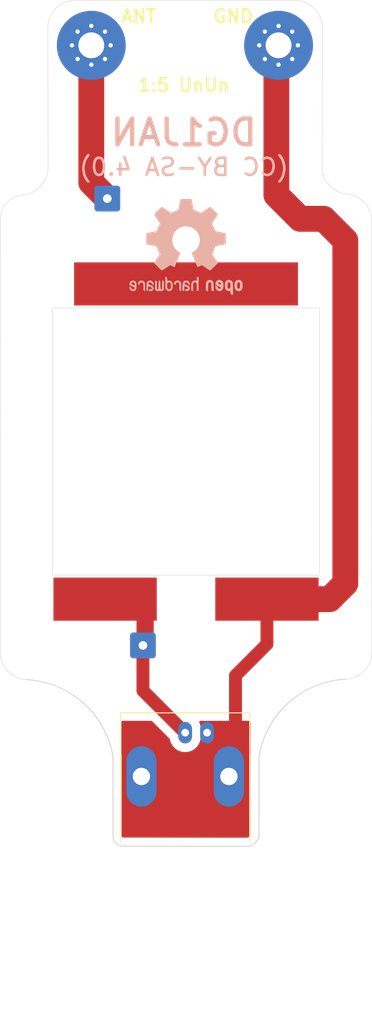
<source format=kicad_pcb>
(kicad_pcb (version 20211014) (generator pcbnew)
  (layers (0 "F.Cu" signal) (31 "B.Cu" signal) (34 "B.Paste" user) (35 "F.Paste" user) (36 "B.SilkS" user "B.Silkscreen") (37 "F.SilkS" user "F.Silkscreen") (38 "B.Mask" user) (39 "F.Mask" user) (44 "Edge.Cuts" user))
  (net 0 "")
  (net 1 "gnd")
  (footprint "MountingHole:MountingHole_3mm_Pad_Via" (layer "F.Cu") (at 74.5 71.12)
    (fp_text reference "REF**" hide)
    (fp_text value "MountingHole_3mm_Pad_Via" hide)
    (pad "1" thru_hole circle (at 0 2.25) (size 1.5 1.5) (drill 0.5) (layers *.Cu *.Mask) (net 1 "gnd"))
    (pad "1" thru_hole circle (at 0 0) (size 8 8) (drill 3) (layers *.Cu *.Mask) (net 1 "gnd"))
    (pad "1" thru_hole circle (at 2.25 0) (size 0.8 0.8) (drill 0.5) (layers *.Cu *.Mask) (net 1 "gnd"))
    (pad "1" thru_hole circle (at -1.59099 -1.59099) (size 0.8 0.8) (drill 0.5) (layers *.Cu *.Mask) (net 1 "gnd"))
    (pad "1" thru_hole circle (at 1.59099 1.59099) (size 0.8 0.8) (drill 0.5) (layers *.Cu *.Mask) (net 1 "gnd"))
    (pad "1" thru_hole circle (at 1.59099 -1.59099) (size 0.8 0.8) (drill 0.5) (layers *.Cu *.Mask) (net 1 "gnd"))
    (pad "1" thru_hole circle (at -2.25 0) (size 0.8 0.8) (drill 0.5) (layers *.Cu *.Mask) (net 1 "gnd"))
    (pad "1" thru_hole circle (at 0 -2.25) (size 0.8 0.8) (drill 0.5) (layers *.Cu *.Mask) (net 1 "gnd"))
    (pad "1" thru_hole circle (at -1.59099 1.59099) (size 0.8 0.8) (drill 0.5) (layers *.Cu *.Mask) (net 1 "gnd"))
  )
  (footprint "Connector_Wire:SolderWire-0.25sqmm_1x01_D0.65mm_OD2mm" (layer "F.Cu") (at 54.61 88.9)
    (fp_text reference "REF**" hide)
    (fp_text value "SolderWire-0.25sqmm_1x01_D0.65mm_OD2mm" hide)
    (pad "1" thru_hole roundrect (at 0 0) (size 3 3) (drill 1) (layers *.Cu *.Mask) (roundrect_rratio 0.125))
  )
  (footprint "" (layer "F.Cu") (at 63.754 93.726)
    (fp_text reference "" (at 0 0) (layer "F.SilkS") (effects (font (size 1.27 1.27))))
    (fp_text value "" (at 0 0) (layer "F.SilkS") (effects (font (size 1.27 1.27))))
    (pad "" np_thru_hole circle (at 0 0) (size 3.2 3.2) (drill 3.2) (layers *.Cu *.Mask))
  )
  (footprint "MountingHole:MountingHole_3mm_Pad_Via" (layer "F.Cu") (at 52.75 71.12)
    (fp_text reference "REF**" hide)
    (fp_text value "MountingHole_3mm_Pad_Via" hide)
    (pad "1" thru_hole circle (at 1.59099 -1.59099) (size 0.8 0.8) (drill 0.5) (layers *.Cu *.Mask))
    (pad "1" thru_hole circle (at 1.59099 1.59099) (size 0.8 0.8) (drill 0.5) (layers *.Cu *.Mask))
    (pad "1" thru_hole circle (at 0 0) (size 8 8) (drill 3) (layers *.Cu *.Mask))
    (pad "1" thru_hole circle (at -1.59099 -1.59099) (size 0.8 0.8) (drill 0.5) (layers *.Cu *.Mask))
    (pad "1" thru_hole circle (at 0 -2.25) (size 0.8 0.8) (drill 0.5) (layers *.Cu *.Mask))
    (pad "1" thru_hole circle (at -2.25 0) (size 0.8 0.8) (drill 0.5) (layers *.Cu *.Mask))
    (pad "1" thru_hole circle (at 0 2.25) (size 1.5 1.5) (drill 0.5) (layers *.Cu *.Mask))
    (pad "1" thru_hole circle (at -1.59099 1.59099) (size 0.8 0.8) (drill 0.5) (layers *.Cu *.Mask))
    (pad "1" thru_hole circle (at 2.25 0) (size 0.8 0.8) (drill 0.5) (layers *.Cu *.Mask))
  )
  (footprint "Connector_Coaxial:BNC_Amphenol_B6252HB-NPP3G-50_Horizontal" (layer "F.Cu") (at 63.6524 150.876 180)
    (fp_text reference "REF**" hide)
    (fp_text value "BNC_Amphenol_B6252HB-NPP3G-50_Horizontal" hide)
    (fp_line (start -7.5 2.3) (end -7.5 -12.7) (layer "F.SilkS") (width 0.12))
    (fp_line (start 7.5 -12.7) (end 7.5 2.3) (layer "F.SilkS") (width 0.12))
    (fp_line (start 7.5 2.3) (end -7.5 2.3) (layer "F.SilkS") (width 0.12))
    (pad "1" thru_hole oval (at 0 0 180) (size 1.6 2.5) (drill 0.89) (layers *.Cu *.Mask))
    (pad "2" thru_hole oval (at -2.54 0 180) (size 1.6 2.5) (drill 0.89) (layers *.Cu *.Mask) (net 1 "gnd"))
    (pad "2" thru_hole oval (at -5.08 -5.08 180) (size 3.5 7) (drill 2.01) (layers *.Cu *.Mask) (net 1 "gnd"))
    (pad "2" thru_hole oval (at 5.08 -5.08 180) (size 3.5 7) (drill 2.01) (layers *.Cu *.Mask) (net 1 "gnd"))
  )
  (footprint "Connector_Wire:SolderWirePad_1x01_SMD_5x10mm" (layer "F.Cu") (at 54.356 135.382 90)
    (fp_text reference "REF**" hide)
    (fp_text value "SolderWirePad_1x01_SMD_5x10mm" hide)
    (pad "1" smd rect (at 0 0 90) (size 5 12) (layers "F.Cu" "F.Paste" "F.Mask"))
  )
  (footprint "Connector_Wire:SolderWirePad_1x01_SMD_5x10mm" (layer "F.Cu") (at 63.754 98.806 90)
    (fp_text reference "REF**" hide)
    (fp_text value "SolderWirePad_1x01_SMD_5x10mm" hide)
    (pad "1" smd rect (at 0 0 90) (size 5 26) (layers "F.Cu" "F.Paste" "F.Mask"))
  )
  (footprint "" (layer "F.Cu") (at 73.152 135.382)
    (fp_text reference "" (at 0 0) (layer "F.SilkS") (effects (font (size 1.27 1.27))))
    (fp_text value "" (at 0 0) (layer "F.SilkS") (effects (font (size 1.27 1.27))))
    (pad "1" smd rect (at 0 0 90) (size 5 12) (layers "F.Cu" "F.Paste" "F.Mask") (net 1 "gnd"))
  )
  (footprint "" (layer "F.Cu") (at 58.75 140.75)
    (fp_text reference "" (at 0 0) (layer "F.SilkS") (effects (font (size 1.27 1.27))))
    (fp_text value "" (at 0 0) (layer "F.SilkS") (effects (font (size 1.27 1.27))))
    (pad "1" thru_hole roundrect (at 0 0) (size 3 3) (drill 1) (layers *.Cu *.Mask) (roundrect_rratio 0.125))
  )
  (footprint "MountingHole:MountingHole_4.5mm" (layer "F.Cu") (at 63.5 71.12)
    (fp_text reference "H5" hide)
    (fp_text value "MountingHole" hide)
    (pad "" np_thru_hole circle (at 0 0) (size 4.5 4.5) (drill 4.5) (layers *.Cu *.Mask))
  )
  (footprint "" (layer "F.Cu") (at 63.5 135.382)
    (fp_text reference "" (at 0 0) (layer "F.SilkS") (effects (font (size 1.27 1.27))))
    (fp_text value "" (at 0 0) (layer "F.SilkS") (effects (font (size 1.27 1.27))))
    (pad "" np_thru_hole circle (at 0 0) (size 3.2 3.2) (drill 3.2) (layers *.Cu *.Mask))
  )
  (footprint "Symbol:OSHW-Logo2_14.6x12mm_SilkScreen" (layer "B.Cu") (at 63.75 94.5 180)
    (fp_text reference "REF**" hide)
    (fp_text value "OSHW-Logo2_14.6x12mm_SilkScreen" hide)
    (fp_poly (pts (xy -2.582571 -3.877719) (xy -2.488877 -3.931914) (xy -2.423736 -3.985707) (xy -2.376093 -4.042066) (xy -2.343272 -4.110987) (xy -2.322594 -4.202468) (xy -2.31138 -4.326506) (xy -2.306951 -4.493098) (xy -2.306437 -4.612851) (xy -2.306437 -5.053659) (xy -2.430517 -5.109283) (xy -2.554598 -5.164907) (xy -2.569195 -4.682095) (xy -2.575227 -4.501779) (xy -2.581555 -4.370901) (xy -2.589394 -4.280511) (xy -2.599963 -4.221664) (xy -2.614477 -4.185413) (xy -2.634152 -4.16281) (xy -2.640465 -4.157917) (xy -2.736112 -4.119706) (xy -2.832793 -4.134827) (xy -2.890345 -4.174943) (xy -2.913755 -4.20337) (xy -2.929961 -4.240672) (xy -2.940259 -4.297223) (xy -2.945951 -4.383394) (xy -2.948336 -4.509558) (xy -2.948736 -4.641042) (xy -2.948814 -4.805999) (xy -2.951639 -4.922761) (xy -2.961093 -5.00151) (xy -2.98106 -5.052431) (xy -3.015424 -5.085706) (xy -3.068068 -5.11152) (xy -3.138383 -5.138344) (xy -3.21518 -5.167542) (xy -3.206038 -4.649346) (xy -3.202357 -4.462539) (xy -3.19805 -4.32449) (xy -3.191877 -4.225568) (xy -3.182598 -4.156145) (xy -3.168973 -4.10659) (xy -3.149761 -4.067273) (xy -3.126598 -4.032584) (xy -3.014848 -3.92177) (xy -2.878487 -3.857689) (xy -2.730175 -3.842339) (xy -2.582571 -3.877719)) (layer "B.SilkS") (width 0.01) (fill solid))
    (fp_poly (pts (xy -1.255402 -3.723857) (xy -1.246846 -3.843188) (xy -1.237019 -3.913506) (xy -1.223401 -3.944179) (xy -1.203473 -3.944571) (xy -1.197011 -3.94091) (xy -1.11106 -3.914398) (xy -0.999255 -3.915946) (xy -0.885586 -3.943199) (xy -0.81449 -3.978455) (xy -0.741595 -4.034778) (xy -0.688307 -4.098519) (xy -0.651725 -4.17951) (xy -0.62895 -4.287586) (xy -0.617081 -4.43258) (xy -0.613218 -4.624326) (xy -0.613149 -4.661109) (xy -0.613103 -5.074288) (xy -0.705046 -5.106339) (xy -0.770348 -5.128144) (xy -0.806176 -5.138297) (xy -0.80723 -5.138391) (xy -0.810758 -5.11086) (xy -0.813761 -5.034923) (xy -0.81601 -4.920565) (xy -0.817276 -4.777769) (xy -0.817471 -4.690951) (xy -0.817877 -4.519773) (xy -0.819968 -4.397088) (xy -0.825053 -4.313) (xy -0.83444 -4.257614) (xy -0.849439 -4.221032) (xy -0.871358 -4.193359) (xy -0.885043 -4.180032) (xy -0.979051 -4.126328) (xy -1.081636 -4.122307) (xy -1.17471 -4.167725) (xy -1.191922 -4.184123) (xy -1.217168 -4.214957) (xy -1.23468 -4.251531) (xy -1.245858 -4.304415) (xy -1.252104 -4.384177) (xy -1.254818 -4.501385) (xy -1.255402 -4.662991) (xy -1.255402 -5.074288) (xy -1.347345 -5.106339) (xy -1.412647 -5.128144) (xy -1.448475 -5.138297) (xy -1.449529 -5.138391) (xy -1.452225 -5.110448) (xy -1.454655 -5.03163) (xy -1.456722 -4.909453) (xy -1.458329 -4.751432) (xy -1.459377 -4.565083) (xy -1.459769 -4.35792) (xy -1.45977 -4.348706) (xy -1.45977 -3.55902) (xy -1.364885 -3.518997) (xy -1.27 -3.478973) (xy -1.255402 -3.723857)) (layer "B.SilkS") (width 0.01) (fill solid))
    (fp_poly (pts (xy 4.314406 -3.935156) (xy 4.398469 -3.973393) (xy 4.46445 -4.019726) (xy 4.512794 -4.071532) (xy 4.546172 -4.138363) (xy 4.567253 -4.229769) (xy 4.578707 -4.355301) (xy 4.583203 -4.524508) (xy 4.583678 -4.635933) (xy 4.583678 -5.070627) (xy 4.509316 -5.104509) (xy 4.450746 -5.129272) (xy 4.42173 -5.138391) (xy 4.416179 -5.111257) (xy 4.411775 -5.038094) (xy 4.409078 -4.931263) (xy 4.408506 -4.846437) (xy 4.406046 -4.723887) (xy 4.399412 -4.626668) (xy 4.389726 -4.567134) (xy 4.382032 -4.554483) (xy 4.330311 -4.567402) (xy 4.249117 -4.600539) (xy 4.155102 -4.645461) (xy 4.064917 -4.693735) (xy 3.995215 -4.736928) (xy 3.962648 -4.766608) (xy 3.962519 -4.766929) (xy 3.96532 -4.821857) (xy 3.990439 -4.874292) (xy 4.034541 -4.916881) (xy 4.098909 -4.931126) (xy 4.153921 -4.929466) (xy 4.231835 -4.928245) (xy 4.272732 -4.946498) (xy 4.297295 -4.994726) (xy 4.300392 -5.00382) (xy 4.31104 -5.072598) (xy 4.282565 -5.11436) (xy 4.208344 -5.134263) (xy 4.128168 -5.137944) (xy 3.98389 -5.110658) (xy 3.909203 -5.07169) (xy 3.816963 -4.980148) (xy 3.768043 -4.867782) (xy 3.763654 -4.749051) (xy 3.805001 -4.638411) (xy 3.867197 -4.56908) (xy 3.929294 -4.530265) (xy 4.026895 -4.481125) (xy 4.140632 -4.431292) (xy 4.15959 -4.423677) (xy 4.284521 -4.368545) (xy 4.356539 -4.319954) (xy 4.3797 -4.271647) (xy 4.358064 -4.21737) (xy 4.32092 -4.174943) (xy 4.233127 -4.122702) (xy 4.13653 -4.118784) (xy 4.047944 -4.159041) (xy 3.984186 -4.239326) (xy 3.975817 -4.26004) (xy 3.927096 -4.336225) (xy 3.855965 -4.392785) (xy 3.766207 -4.439201) (xy 3.766207 -4.307584) (xy 3.77149 -4.227168) (xy 3.794142 -4.163786) (xy 3.844367 -4.096163) (xy 3.892582 -4.044076) (xy 3.967554 -3.970322) (xy 4.025806 -3.930702) (xy 4.088372 -3.91481) (xy 4.159193 -3.912184) (xy 4.314406 -3.935156)) (layer "B.SilkS") (width 0.01) (fill solid))
    (fp_poly (pts (xy 5.33569 -3.940018) (xy 5.370585 -3.955269) (xy 5.453877 -4.021235) (xy 5.525103 -4.116618) (xy 5.569153 -4.218406) (xy 5.576322 -4.268587) (xy 5.552285 -4.338647) (xy 5.499561 -4.375717) (xy 5.443031 -4.398164) (xy 5.417146 -4.4023) (xy 5.404542 -4.372283) (xy 5.379654 -4.306961) (xy 5.368735 -4.277445) (xy 5.307508 -4.175348) (xy 5.218861 -4.124423) (xy 5.105193 -4.125989) (xy 5.096774 -4.127994) (xy 5.036088 -4.156767) (xy 4.991474 -4.212859) (xy 4.961002 -4.303163) (xy 4.942744 -4.434571) (xy 4.934771 -4.613974) (xy 4.934023 -4.709433) (xy 4.933652 -4.859913) (xy 4.931223 -4.962495) (xy 4.92476 -5.027672) (xy 4.912288 -5.065938) (xy 4.891833 -5.087785) (xy 4.861419 -5.103707) (xy 4.859661 -5.104509) (xy 4.801091 -5.129272) (xy 4.772075 -5.138391) (xy 4.767616 -5.110822) (xy 4.763799 -5.03462) (xy 4.760899 -4.919541) (xy 4.759191 -4.775341) (xy 4.758851 -4.669814) (xy 4.760588 -4.465613) (xy 4.767382 -4.310697) (xy 4.781607 -4.196024) (xy 4.805638 -4.112551) (xy 4.841848 -4.051236) (xy 4.892612 -4.003034) (xy 4.942739 -3.969393) (xy 5.063275 -3.924619) (xy 5.203557 -3.914521) (xy 5.33569 -3.940018)) (layer "B.SilkS") (width 0.01) (fill solid))
    (fp_poly (pts (xy 2.393914 -4.154455) (xy 2.393543 -4.372661) (xy 2.392108 -4.540519) (xy 2.389002 -4.66607) (xy 2.383622 -4.757355) (xy 2.375362 -4.822415) (xy 2.363616 -4.869291) (xy 2.347781 -4.906024) (xy 2.33579 -4.926991) (xy 2.23649 -5.040694) (xy 2.110588 -5.111965) (xy 1.971291 -5.137538) (xy 1.831805 -5.11415) (xy 1.748743 -5.072119) (xy 1.661545 -4.999411) (xy 1.602117 -4.910612) (xy 1.566261 -4.79432) (xy 1.549781 -4.639135) (xy 1.547447 -4.525287) (xy 1.547761 -4.517106) (xy 1.751724 -4.517106) (xy 1.75297 -4.647657) (xy 1.758678 -4.73408) (xy 1.771804 -4.790618) (xy 1.795306 -4.831514) (xy 1.823386 -4.862362) (xy 1.917688 -4.921905) (xy 2.01894 -4.926992) (xy 2.114636 -4.877279) (xy 2.122084 -4.870543) (xy 2.153874 -4.835502) (xy 2.173808 -4.793811) (xy 2.1846 -4.731762) (xy 2.188965 -4.635644) (xy 2.189655 -4.529379) (xy 2.188159 -4.39588) (xy 2.181964 -4.306822) (xy 2.168514 -4.248293) (xy 2.145251 -4.206382) (xy 2.126175 -4.184123) (xy 2.037563 -4.127985) (xy 1.935508 -4.121235) (xy 1.838095 -4.164114) (xy 1.819296 -4.180032) (xy 1.787293 -4.215382) (xy 1.767318 -4.257502) (xy 1.756593 -4.320251) (xy 1.752339 -4.417487) (xy 1.751724 -4.517106) (xy 1.547761 -4.517106) (xy 1.554504 -4.341947) (xy 1.578472 -4.204195) (xy 1.623548 -4.100632) (xy 1.693928 -4.019856) (xy 1.748743 -3.978455) (xy 1.848376 -3.933728) (xy 1.963855 -3.912967) (xy 2.071199 -3.918525) (xy 2.131264 -3.940943) (xy 2.154835 -3.947323) (xy 2.170477 -3.923535) (xy 2.181395 -3.859788) (xy 2.189655 -3.762687) (xy 2.198699 -3.654541) (xy 2.211261 -3.589475) (xy 2.234119 -3.552268) (xy 2.274051 -3.527699) (xy 2.299138 -3.516819) (xy 2.394023 -3.477072) (xy 2.393914 -4.154455)) (layer "B.SilkS") (width 0.01) (fill solid))
    (fp_poly (pts (xy 6.343439 -3.95654) (xy 6.45895 -4.032034) (xy 6.514664 -4.099617) (xy 6.558804 -4.222255) (xy 6.562309 -4.319298) (xy 6.554368 -4.449056) (xy 6.255115 -4.580039) (xy 6.109611 -4.646958) (xy 6.014537 -4.70079) (xy 5.965101 -4.747416) (xy 5.956511 -4.79272) (xy 5.983972 -4.842582) (xy 6.014253 -4.875632) (xy 6.102363 -4.928633) (xy 6.198196 -4.932347) (xy 6.286212 -4.891041) (xy 6.350869 -4.808983) (xy 6.362433 -4.780008) (xy 6.417825 -4.689509) (xy 6.481553 -4.65094) (xy 6.568966 -4.617946) (xy 6.568966 -4.743034) (xy 6.561238 -4.828156) (xy 6.530966 -4.899938) (xy 6.467518 -4.982356) (xy 6.458088 -4.993066) (xy 6.387513 -5.066391) (xy 6.326847 -5.105742) (xy 6.25095 -5.123845) (xy 6.18803 -5.129774) (xy 6.075487 -5.131251) (xy 5.99537 -5.112535) (xy 5.94539 -5.084747) (xy 5.866838 -5.023641) (xy 5.812463 -4.957554) (xy 5.778052 -4.874441) (xy 5.759388 -4.762254) (xy 5.752256 -4.608946) (xy 5.751687 -4.531136) (xy 5.753622 -4.437853) (xy 5.929899 -4.437853) (xy 5.931944 -4.487896) (xy 5.937039 -4.496092) (xy 5.970666 -4.484958) (xy 6.04303 -4.455493) (xy 6.139747 -4.413601) (xy 6.159973 -4.404597) (xy 6.282203 -4.342442) (xy 6.349547 -4.287815) (xy 6.364348 -4.236649) (xy 6.328947 -4.184876) (xy 6.299711 -4.162) (xy 6.194216 -4.11625) (xy 6.095476 -4.123808) (xy 6.012812 -4.179651) (xy 5.955548 -4.278753) (xy 5.937188 -4.357414) (xy 5.929899 -4.437853) (xy 5.753622 -4.437853) (xy 5.755459 -4.349351) (xy 5.769359 -4.214853) (xy 5.796894 -4.116916) (xy 5.841572 -4.044811) (xy 5.906901 -3.987813) (xy 5.935383 -3.969393) (xy 6.064763 -3.921422) (xy 6.206412 -3.918403) (xy 6.343439 -3.95654)) (layer "B.SilkS") (width 0.01) (fill solid))
    (fp_poly (pts (xy 3.580124 -3.93984) (xy 3.584579 -4.016653) (xy 3.588071 -4.133391) (xy 3.590315 -4.280821) (xy 3.591035 -4.435455) (xy 3.591035 -4.958727) (xy 3.498645 -5.051117) (xy 3.434978 -5.108047) (xy 3.379089 -5.131107) (xy 3.302702 -5.129647) (xy 3.27238 -5.125934) (xy 3.17761 -5.115126) (xy 3.099222 -5.108933) (xy 3.080115 -5.108361) (xy 3.015699 -5.112102) (xy 2.923571 -5.121494) (xy 2.88785 -5.125934) (xy 2.800114 -5.132801) (xy 2.741153 -5.117885) (xy 2.68269 -5.071835) (xy 2.661585 -5.051117) (xy 2.569195 -4.958727) (xy 2.569195 -3.979947) (xy 2.643558 -3.946066) (xy 2.70759 -3.92097) (xy 2.745052 -3.912184) (xy 2.754657 -3.93995) (xy 2.763635 -4.01753) (xy 2.771386 -4.136348) (xy 2.777314 -4.287828) (xy 2.780173 -4.415805) (xy 2.788161 -4.919425) (xy 2.857848 -4.929278) (xy 2.921229 -4.922389) (xy 2.952286 -4.900083) (xy 2.960967 -4.858379) (xy 2.968378 -4.769544) (xy 2.973931 -4.644834) (xy 2.977036 -4.495507) (xy 2.977484 -4.418661) (xy 2.977931 -3.976287) (xy 3.069874 -3.944235) (xy 3.134949 -3.922443) (xy 3.170347 -3.912281) (xy 3.171368 -3.912184) (xy 3.17492 -3.939809) (xy 3.178823 -4.016411) (xy 3.182751 -4.132579) (xy 3.186376 -4.278904) (xy 3.188908 -4.415805) (xy 3.196897 -4.919425) (xy 3.372069 -4.919425) (xy 3.380107 -4.459965) (xy 3.388146 -4.000505) (xy 3.473543 -3.956344) (xy 3.536593 -3.926019) (xy 3.57391 -3.912258) (xy 3.574987 -3.912184) (xy 3.580124 -3.93984)) (layer "B.SilkS") (width 0.01) (fill solid))
    (fp_poly (pts (xy -3.684448 -3.884676) (xy -3.569342 -3.962111) (xy -3.480389 -4.073949) (xy -3.427251 -4.216265) (xy -3.416503 -4.321015) (xy -3.417724 -4.364726) (xy -3.427944 -4.398194) (xy -3.456039 -4.428179) (xy -3.510884 -4.46144) (xy -3.601355 -4.504738) (xy -3.736328 -4.564833) (xy -3.737011 -4.565134) (xy -3.861249 -4.622037) (xy -3.963127 -4.672565) (xy -4.032233 -4.71128) (xy -4.058154 -4.73274) (xy -4.058161 -4.732913) (xy -4.035315 -4.779644) (xy -3.981891 -4.831154) (xy -3.920558 -4.868261) (xy -3.889485 -4.875632) (xy -3.804711 -4.850138) (xy -3.731707 -4.786291) (xy -3.696087 -4.716094) (xy -3.66182 -4.664343) (xy -3.594697 -4.605409) (xy -3.515792 -4.554496) (xy -3.446179 -4.526809) (xy -3.431623 -4.525287) (xy -3.415237 -4.550321) (xy -3.41425 -4.614311) (xy -3.426292 -4.700593) (xy -3.448993 -4.792501) (xy -3.479986 -4.873369) (xy -3.481552 -4.876509) (xy -3.574819 -5.006734) (xy -3.695696 -5.095311) (xy -3.832973 -5.138786) (xy -3.97544 -5.133706) (xy -4.111888 -5.076616) (xy -4.117955 -5.072602) (xy -4.22529 -4.975326) (xy -4.295868 -4.848409) (xy -4.334926 -4.681526) (xy -4.340168 -4.634639) (xy -4.349452 -4.413329) (xy -4.338322 -4.310124) (xy -4.058161 -4.310124) (xy -4.054521 -4.374503) (xy -4.034611 -4.393291) (xy -3.984974 -4.379235) (xy -3.906733 -4.346009) (xy -3.819274 -4.304359) (xy -3.817101 -4.303256) (xy -3.74297 -4.264265) (xy -3.713219 -4.238244) (xy -3.720555 -4.210965) (xy -3.751447 -4.175121) (xy -3.83004 -4.123251) (xy -3.914677 -4.119439) (xy -3.990597 -4.157189) (xy -4.043035 -4.230001) (xy -4.058161 -4.310124) (xy -4.338322 -4.310124) (xy -4.330356 -4.236261) (xy -4.281366 -4.095829) (xy -4.213164 -3.997447) (xy -4.090065 -3.89803) (xy -3.954472 -3.848711) (xy -3.816045 -3.845568) (xy -3.684448 -3.884676)) (layer "B.SilkS") (width 0.01) (fill solid))
    (fp_poly (pts (xy 1.065943 -3.92192) (xy 1.198565 -3.970859) (xy 1.30601 -4.057419) (xy 1.348032 -4.118352) (xy 1.393843 -4.230161) (xy 1.392891 -4.311006) (xy 1.344808 -4.365378) (xy 1.327017 -4.374624) (xy 1.250204 -4.40345) (xy 1.210976 -4.396065) (xy 1.197689 -4.347658) (xy 1.197012 -4.32092) (xy 1.172686 -4.222548) (xy 1.109281 -4.153734) (xy 1.021154 -4.120498) (xy 0.922663 -4.128861) (xy 0.842602 -4.172296) (xy 0.815561 -4.197072) (xy 0.796394 -4.227129) (xy 0.783446 -4.272565) (xy 0.775064 -4.343476) (xy 0.769593 -4.44996) (xy 0.765378 -4.602112) (xy 0.764287 -4.650287) (xy 0.760307 -4.815095) (xy 0.755781 -4.931088) (xy 0.748995 -5.007833) (xy 0.738231 -5.054893) (xy 0.721773 -5.081835) (xy 0.697906 -5.098223) (xy 0.682626 -5.105463) (xy 0.617733 -5.13022) (xy 0.579534 -5.138391) (xy 0.566912 -5.111103) (xy 0.559208 -5.028603) (xy 0.55638 -4.889941) (xy 0.558386 -4.694162) (xy 0.559011 -4.663965) (xy 0.563421 -4.485349) (xy 0.568635 -4.354923) (xy 0.576055 -4.262492) (xy 0.587082 -4.197858) (xy 0.603117 -4.150825) (xy 0.625561 -4.111196) (xy 0.637302 -4.094215) (xy 0.704619 -4.01908) (xy 0.77991 -3.960638) (xy 0.789128 -3.955536) (xy 0.924133 -3.91526) (xy 1.065943 -3.92192)) (layer "B.SilkS") (width 0.01) (fill solid))
    (fp_poly (pts (xy 0.209014 5.547002) (xy 0.367006 5.546137) (xy 0.481347 5.543795) (xy 0.559407 5.539238) (xy 0.608554 5.53173) (xy 0.636159 5.520534) (xy 0.649592 5.504912) (xy 0.656221 5.484127) (xy 0.656865 5.481437) (xy 0.666935 5.432887) (xy 0.685575 5.337095) (xy 0.710845 5.204257) (xy 0.740807 5.044569) (xy 0.773522 4.868226) (xy 0.774664 4.862033) (xy 0.807433 4.689218) (xy 0.838093 4.536531) (xy 0.864664 4.413129) (xy 0.885167 4.328169) (xy 0.897626 4.29081) (xy 0.89822 4.290148) (xy 0.934919 4.271905) (xy 1.010586 4.241503) (xy 1.108878 4.205507) (xy 1.109425 4.205315) (xy 1.233233 4.158778) (xy 1.379196 4.099496) (xy 1.516781 4.039891) (xy 1.523293 4.036944) (xy 1.74739 3.935235) (xy 2.243619 4.274103) (xy 2.395846 4.377408) (xy 2.533741 4.469763) (xy 2.649315 4.545916) (xy 2.734579 4.600615) (xy 2.781544 4.628607) (xy 2.786004 4.630683) (xy 2.820134 4.62144) (xy 2.883881 4.576844) (xy 2.979731 4.494791) (xy 3.110169 4.373179) (xy 3.243328 4.243795) (xy 3.371694 4.116298) (xy 3.486581 3.999954) (xy 3.581073 3.901948) (xy 3.648253 3.829464) (xy 3.681206 3.789687) (xy 3.682432 3.787639) (xy 3.686074 3.760344) (xy 3.67235 3.715766) (xy 3.637869 3.647888) (xy 3.579239 3.550689) (xy 3.49307 3.418149) (xy 3.3782 3.247524) (xy 3.276254 3.097345) (xy 3.185123 2.96265) (xy 3.110073 2.85126) (xy 3.056369 2.770995) (xy 3.02928 2.729675) (xy 3.027574 2.72687) (xy 3.030882 2.687279) (xy 3.055953 2.610331) (xy 3.097798 2.510568) (xy 3.112712 2.478709) (xy 3.177786 2.336774) (xy 3.247212 2.175727) (xy 3.303609 2.036379) (xy 3.344247 1.932956) (xy 3.376526 1.854358) (xy 3.395178 1.81328) (xy 3.397497 1.810115) (xy 3.431803 1.804872) (xy 3.512669 1.790506) (xy 3.629343 1.769063) (xy 3.771075 1.742587) (xy 3.92711 1.713123) (xy 4.086698 1.682717) (xy 4.239085 1.653412) (xy 4.373521 1.627255) (xy 4.479252 1.60629) (xy 4.545526 1.592561) (xy 4.561782 1.58868) (xy 4.578573 1.5791) (xy 4.591249 1.557464) (xy 4.600378 1.516469) (xy 4.606531 1.448811) (xy 4.61028 1.347188) (xy 4.612192 1.204297) (xy 4.61284 1.012835) (xy 4.612874 0.934355) (xy 4.612874 0.296094) (xy 4.459598 0.26584) (xy 4.374322 0.249436) (xy 4.24707 0.225491) (xy 4.093315 0.196893) (xy 3.928534 0.166533) (xy 3.882989 0.158194) (xy 3.730932 0.12863) (xy 3.598468 0.099558) (xy 3.496714 0.073671) (xy 3.436788 0.053663) (xy 3.426805 0.047699) (xy 3.402293 0.005466) (xy 3.367148 -0.07637) (xy 3.328173 -0.181683) (xy 3.320442 -0.204368) (xy 3.26936 -0.345018) (xy 3.205954 -0.503714) (xy 3.143904 -0.646225) (xy 3.143598 -0.646886) (xy 3.040267 -0.87044) (xy 3.719961 -1.870232) (xy 3.283621 -2.3073) (xy 3.151649 -2.437381) (xy 3.031279 -2.552048) (xy 2.929273 -2.645181) (xy 2.852391 -2.710658) (xy 2.807393 -2.742357) (xy 2.800938 -2.744368) (xy 2.76304 -2.728529) (xy 2.685708 -2.684496) (xy 2.577389 -2.61749) (xy 2.446532 -2.532734) (xy 2.305052 -2.437816) (xy 2.161461 -2.340998) (xy 2.033435 -2.256751) (xy 1.929105 -2.190258) (xy 1.8566 -2.146702) (xy 1.824158 -2.131264) (xy 1.784576 -2.144328) (xy 1.709519 -2.17875) (xy 1.614468 -2.22738) (xy 1.604392 -2.232785) (xy 1.476391 -2.29698) (xy 1.388618 -2.328463) (xy 1.334028 -2.328798) (xy 1.305575 -2.299548) (xy 1.30541 -2.299138) (xy 1.291188 -2.264498) (xy 1.257269 -2.182269) (xy 1.206284 -2.058814) (xy 1.140862 -1.900498) (xy 1.063634 -1.713686) (xy 0.977229 -1.504742) (xy 0.893551 -1.302446) (xy 0.801588 -1.0792) (xy 0.71715 -0.872392) (xy 0.642769 -0.688362) (xy 0.580974 -0.533451) (xy 0.534297 -0.413996) (xy 0.505268 -0.336339) (xy 0.496322 -0.307356) (xy 0.518756 -0.27411) (xy 0.577439 -0.221123) (xy 0.655689 -0.162704) (xy 0.878534 0.022048) (xy 1.052718 0.233818) (xy 1.176154 0.468144) (xy 1.246754 0.720566) (xy 1.262431 0.986623) (xy 1.251036 1.109425) (xy 1.18895 1.364207) (xy 1.082023 1.589199) (xy 0.936889 1.782183) (xy 0.760178 1.940939) (xy 0.558522 2.06325) (xy 0.338554 2.146895) (xy 0.106906 2.189656) (xy -0.129791 2.189313) (xy -0.364905 2.143648) (xy -0.591804 2.050441) (xy -0.803856 1.907473) (xy -0.892364 1.826617) (xy -1.062111 1.618993) (xy -1.180301 1.392105) (xy -1.247722 1.152567) (xy -1.26516 0.906993) (xy -1.233402 0.661997) (xy -1.153235 0.424192) (xy -1.025445 0.200193) (xy -0.85082 -0.003387) (xy -0.655688 -0.162704) (xy -0.574409 -0.223602) (xy -0.516991 -0.276015) (xy -0.496322 -0.307406) (xy -0.507144 -0.341639) (xy -0.537923 -0.423419) (xy -0.586126 -0.546407) (xy -0.649222 -0.704263) (xy -0.724678 -0.890649) (xy -0.809962 -1.099226) (xy -0.893781 -1.302496) (xy -0.986255 -1.525933) (xy -1.071911 -1.732984) (xy -1.148118 -1.917286) (xy -1.212247 -2.072475) (xy -1.261668 -2.192188) (xy -1.293752 -2.270061) (xy -1.305641 -2.299138) (xy -1.333726 -2.328677) (xy -1.388051 -2.328591) (xy -1.475605 -2.297326) (xy -1.603381 -2.233329) (xy -1.604392 -2.232785) (xy -1.700598 -2.183121) (xy -1.778369 -2.146945) (xy -1.822223 -2.131408) (xy -1.824158 -2.131264) (xy -1.857171 -2.147024) (xy -1.930054 -2.19085) (xy -2.034678 -2.257557) (xy -2.16291 -2.341964) (xy -2.305052 -2.437816) (xy -2.449767 -2.534867) (xy -2.580196 -2.61927) (xy -2.68789 -2.685801) (xy -2.764402 -2.729238) (xy -2.800938 -2.744368) (xy -2.834582 -2.724482) (xy -2.902224 -2.668903) (xy -2.997107 -2.583754) (xy -3.11247 -2.475153) (xy -3.241555 -2.349221) (xy -3.283771 -2.307149) (xy -3.720261 -1.869931) (xy -3.388023 -1.38234) (xy -3.287054 -1.232605) (xy -3.198438 -1.09822) (xy -3.127146 -0.986969) (xy -3.07815 -0.906639) (xy -3.056422 -0.865014) (xy -3.055785 -0.862053) (xy -3.06724 -0.822818) (xy -3.098051 -0.743895) (xy -3.142884 -0.638509) (xy -3.174353 -0.567954) (xy -3.233192 -0.432876) (xy -3.288604 -0.296409) (xy -3.331564 -0.181103) (xy -3.343234 -0.145977) (xy -3.376389 -0.052174) (xy -3.408799 0.020306) (xy -3.426601 0.047699) (xy -3.465886 0.064464) (xy -3.551626 0.08823) (xy -3.672697 0.116303) (xy -3.817973 0.145991) (xy -3.882988 0.158194) (xy -4.048087 0.188532) (xy -4.206448 0.217907) (xy -4.342596 0.243431) (xy -4.441057 0.262215) (xy -4.459598 0.26584) (xy -4.612873 0.296094) (xy -4.612873 0.934355) (xy -4.612529 1.14423) (xy -4.611116 1.30302) (xy -4.608064 1.418027) (xy -4.602803 1.496554) (xy -4.594763 1.545904) (xy -4.583373 1.573381) (xy -4.568063 1.586287) (xy -4.561782 1.58868) (xy -4.523896 1.597167) (xy -4.440195 1.6141) (xy -4.321433 1.637434) (xy -4.178361 1.665125) (xy -4.021732 1.695127) (xy -3.862297 1.725396) (xy -3.710809 1.753885) (xy -3.578019 1.778551) (xy -3.474681 1.797349) (xy -3.411545 1.808233) (xy -3.397497 1.810115) (xy -3.38477 1.835296) (xy -3.3566 1.902378) (xy -3.318252 1.998667) (xy -3.303609 2.036379) (xy -3.244548 2.182079) (xy -3.175 2.343049) (xy -3.112712 2.478709) (xy -3.066879 2.582439) (xy -3.036387 2.667674) (xy -3.026208 2.719874) (xy -3.027831 2.72687) (xy -3.049343 2.759898) (xy -3.098465 2.833357) (xy -3.169923 2.939423) (xy -3.258445 3.070274) (xy -3.358759 3.218088) (xy -3.378594 3.247266) (xy -3.494988 3.420137) (xy -3.580548 3.551774) (xy -3.638684 3.648239) (xy -3.672808 3.715592) (xy -3.686331 3.759894) (xy -3.682664 3.787206) (xy -3.68257 3.78738) (xy -3.653707 3.823254) (xy -3.589867 3.892609) (xy -3.497969 3.988255) (xy -3.384933 4.103001) (xy -3.257679 4.229659) (xy -3.243328 4.243795) (xy -3.082957 4.399097) (xy -2.959195 4.51313) (xy -2.869555 4.587998) (xy -2.811552 4.625804) (xy -2.786004 4.630683) (xy -2.748718 4.609397) (xy -2.671343 4.560227) (xy -2.561867 4.488425) (xy -2.42828 4.399245) (xy -2.27857 4.297937) (xy -2.243618 4.274103) (xy -1.74739 3.935235) (xy -1.523293 4.036944) (xy -1.387011 4.096217) (xy -1.240724 4.15583) (xy -1.114965 4.20336) (xy -1.109425 4.205315) (xy -1.011057 4.241323) (xy -0.935229 4.271771) (xy -0.898282 4.290095) (xy -0.89822 4.290148) (xy -0.886496 4.323271) (xy -0.866568 4.404733) (xy -0.840413 4.525375) (xy -0.81001 4.676041) (xy -0.777337 4.847572) (xy -0.774664 4.862033) (xy -0.74189 5.038765) (xy -0.711802 5.19919) (xy -0.686339 5.333112) (xy -0.667441 5.430337) (xy -0.657047 5.480668) (xy -0.656865 5.481437) (xy -0.650539 5.502847) (xy -0.638239 5.519012) (xy -0.612594 5.530669) (xy -0.566235 5.538555) (xy -0.491792 5.543407) (xy -0.381895 5.545961) (xy -0.229175 5.546955) (xy -0.026262 5.547126) (xy 0 5.547126) (xy 0.209014 5.547002)) (layer "B.SilkS") (width 0.01) (fill solid))
    (fp_poly (pts (xy -4.8281 -3.861903) (xy -4.71655 -3.917522) (xy -4.618092 -4.019931) (xy -4.590977 -4.057864) (xy -4.561438 -4.1075) (xy -4.542272 -4.161412) (xy -4.531307 -4.233364) (xy -4.526371 -4.337122) (xy -4.525287 -4.474101) (xy -4.530182 -4.661815) (xy -4.547196 -4.802758) (xy -4.579823 -4.907908) (xy -4.631558 -4.988243) (xy -4.705896 -5.054741) (xy -4.711358 -5.058678) (xy -4.78462 -5.098953) (xy -4.87284 -5.11888) (xy -4.985038 -5.123793) (xy -5.167433 -5.123793) (xy -5.167509 -5.300857) (xy -5.169207 -5.39947) (xy -5.17955 -5.457314) (xy -5.206578 -5.492006) (xy -5.258332 -5.521164) (xy -5.270761 -5.527121) (xy -5.328923 -5.555039) (xy -5.373956 -5.572672) (xy -5.407441 -5.574194) (xy -5.430962 -5.553781) (xy -5.4461 -5.505607) (xy -5.454437 -5.423846) (xy -5.457556 -5.302672) (xy -5.45704 -5.13626) (xy -5.454471 -4.918785) (xy -5.453668 -4.853736) (xy -5.450778 -4.629502) (xy -5.448188 -4.482821) (xy -5.167586 -4.482821) (xy -5.166009 -4.607326) (xy -5.159 -4.688787) (xy -5.143142 -4.742515) (xy -5.115019 -4.783823) (xy -5.095925 -4.803971) (xy -5.017865 -4.862921) (xy -4.948753 -4.86772) (xy -4.87744 -4.819038) (xy -4.875632 -4.817241) (xy -4.846617 -4.779618) (xy -4.828967 -4.728484) (xy -4.820064 -4.649738) (xy -4.817291 -4.529276) (xy -4.817241 -4.502588) (xy -4.823942 -4.336583) (xy -4.845752 -4.221505) (xy -4.885235 -4.151254) (xy -4.944956 -4.119729) (xy -4.979472 -4.116552) (xy -5.061389 -4.13146) (xy -5.117579 -4.180548) (xy -5.151402 -4.270362) (xy -5.16622 -4.407445) (xy -5.167586 -4.482821) (xy -5.448188 -4.482821) (xy -5.447713 -4.455952) (xy -5.443753 -4.325382) (xy -5.438174 -4.230087) (xy -5.430254 -4.162364) (xy -5.419269 -4.114507) (xy -5.404499 -4.078813) (xy -5.385218 -4.047578) (xy -5.376951 -4.035824) (xy -5.267288 -3.924797) (xy -5.128635 -3.861847) (xy -4.968246 -3.844297) (xy -4.8281 -3.861903)) (layer "B.SilkS") (width 0.01) (fill solid))
    (fp_poly (pts (xy 0.079944 -3.92436) (xy 0.194343 -3.966842) (xy 0.195652 -3.967658) (xy 0.266403 -4.01973) (xy 0.318636 -4.080584) (xy 0.355371 -4.159887) (xy 0.379634 -4.267309) (xy 0.394445 -4.412517) (xy 0.402829 -4.605179) (xy 0.403564 -4.632628) (xy 0.41412 -5.046521) (xy 0.325291 -5.092456) (xy 0.261018 -5.123498) (xy 0.22221 -5.138206) (xy 0.220415 -5.138391) (xy 0.2137 -5.11125) (xy 0.208365 -5.038041) (xy 0.205083 -4.931081) (xy 0.204368 -4.844469) (xy 0.204351 -4.704162) (xy 0.197937 -4.616051) (xy 0.17558 -4.574025) (xy 0.127732 -4.571975) (xy 0.044849 -4.60379) (xy -0.080287 -4.662272) (xy -0.172303 -4.710845) (xy -0.219629 -4.752986) (xy -0.233542 -4.798916) (xy -0.233563 -4.801189) (xy -0.210605 -4.880311) (xy -0.14263 -4.923055) (xy -0.038602 -4.929246) (xy 0.03633 -4.928172) (xy 0.075839 -4.949753) (xy 0.100478 -5.001591) (xy 0.114659 -5.067632) (xy 0.094223 -5.105104) (xy 0.086528 -5.110467) (xy 0.014083 -5.132006) (xy -0.087367 -5.135055) (xy -0.191843 -5.120778) (xy -0.265875 -5.094688) (xy -0.368228 -5.007785) (xy -0.426409 -4.886816) (xy -0.437931 -4.792308) (xy -0.429138 -4.707062) (xy -0.39732 -4.637476) (xy -0.334316 -4.575672) (xy -0.231969 -4.513772) (xy -0.082118 -4.443897) (xy -0.072988 -4.439948) (xy 0.061997 -4.377588) (xy 0.145294 -4.326446) (xy 0.180997 -4.280488) (xy 0.173203 -4.233683) (xy 0.126007 -4.179998) (xy 0.111894 -4.167644) (xy 0.017359 -4.119741) (xy -0.080594 -4.121758) (xy -0.165903 -4.168724) (xy -0.222504 -4.255669) (xy -0.227763 -4.272734) (xy -0.278977 -4.355504) (xy -0.343963 -4.395372) (xy -0.437931 -4.434882) (xy -0.437931 -4.332658) (xy -0.409347 -4.184072) (xy -0.324505 -4.047784) (xy -0.280355 -4.002191) (xy -0.179995 -3.943674) (xy -0.052365 -3.917184) (xy 0.079944 -3.92436)) (layer "B.SilkS") (width 0.01) (fill solid))
    (fp_poly (pts (xy -5.951779 -3.866015) (xy -5.814939 -3.937968) (xy -5.713949 -4.053766) (xy -5.678075 -4.128213) (xy -5.650161 -4.239992) (xy -5.635871 -4.381227) (xy -5.634516 -4.535371) (xy -5.645405 -4.685879) (xy -5.667847 -4.816205) (xy -5.70115 -4.909803) (xy -5.711385 -4.925922) (xy -5.832618 -5.046249) (xy -5.976613 -5.118317) (xy -6.132861 -5.139408) (xy -6.290852 -5.106802) (xy -6.33482 -5.087253) (xy -6.420444 -5.027012) (xy -6.495592 -4.947135) (xy -6.502694 -4.937004) (xy -6.531561 -4.888181) (xy -6.550643 -4.83599) (xy -6.561916 -4.767285) (xy -6.567355 -4.668918) (xy -6.568938 -4.527744) (xy -6.568965 -4.496092) (xy -6.568893 -4.486019) (xy -6.277011 -4.486019) (xy -6.275313 -4.619256) (xy -6.268628 -4.707674) (xy -6.254575 -4.764785) (xy -6.230771 -4.804102) (xy -6.218621 -4.817241) (xy -6.148764 -4.867172) (xy -6.080941 -4.864895) (xy -6.012365 -4.821584) (xy -5.971465 -4.775346) (xy -5.947242 -4.707857) (xy -5.933639 -4.601433) (xy -5.932706 -4.58902) (xy -5.930384 -4.396147) (xy -5.95465 -4.2529) (xy -6.005176 -4.16016) (xy -6.081632 -4.118807) (xy -6.108924 -4.116552) (xy -6.180589 -4.127893) (xy -6.22961 -4.167184) (xy -6.259582 -4.242326) (xy -6.274101 -4.361222) (xy -6.277011 -4.486019) (xy -6.568893 -4.486019) (xy -6.567878 -4.345659) (xy -6.563312 -4.240549) (xy -6.553312 -4.167714) (xy -6.535921 -4.114108) (xy -6.509184 -4.066681) (xy -6.503276 -4.057864) (xy -6.403968 -3.939007) (xy -6.295758 -3.870008) (xy -6.164019 -3.842619) (xy -6.119283 -3.841281) (xy -5.951779 -3.866015)) (layer "B.SilkS") (width 0.01) (fill solid))
  )
  (gr_line (start 56.448112 164.044891) (end 70.852875 164.060917) (layer "Edge.Cuts") (width 0.1))
  (gr_line (start 85.335748 141.667366) (end 85.328398 91.515003) (layer "Edge.Cuts") (width 0.05))
  (gr_rect (start 48.26 132.588) (end 79.248 101.6) (layer "Edge.Cuts") (width 0.05) (fill none))
  (gr_line (start 72.2376 153.5684) (end 72.229506 162.8394) (layer "Edge.Cuts") (width 0.1))
  (gr_arc (start 76.3778 65.8876) (mid 78.640825 66.824975) (end 79.5782 69.088) (layer "Edge.Cuts") (width 0.05))
  (gr_arc (start 56.448112 164.044891) (mid 55.629956 163.715403) (end 55.268369 162.910917) (layer "Edge.Cuts") (width 0.1))
  (gr_line (start 79.5782 69.088) (end 79.5528 85.3948) (layer "Edge.Cuts") (width 0.05))
  (gr_line (start 42.172252 141.718166) (end 42.1894 91.4908) (layer "Edge.Cuts") (width 0.05))
  (gr_arc (start 82.557373 88.393228) (mid 80.493484 87.456768) (end 79.5528 85.3948) (layer "Edge.Cuts") (width 0.05))
  (gr_arc (start 45.176825 144.716594) (mid 43.112934 143.780135) (end 42.172252 141.718166) (layer "Edge.Cuts") (width 0.05))
  (gr_arc (start 82.557373 88.393228) (mid 84.5312 89.4334) (end 85.328398 91.515003) (layer "Edge.Cuts") (width 0.05))
  (gr_line (start 47.736398 85.471) (end 47.7012 69.088) (layer "Edge.Cuts") (width 0.05))
  (gr_arc (start 47.7012 69.088) (mid 48.647567 66.815977) (end 50.927 65.8876) (layer "Edge.Cuts") (width 0.05))
  (gr_line (start 50.927 65.8876) (end 76.3778 65.8876) (layer "Edge.Cuts") (width 0.05))
  (gr_arc (start 72.2376 153.5684) (mid 75.722341 147.343366) (end 82.33732 144.671939) (layer "Edge.Cuts") (width 0.1))
  (gr_line (start 55.268369 162.910917) (end 55.2704 153.6192) (layer "Edge.Cuts") (width 0.1))
  (gr_arc (start 72.229506 162.8394) (mid 71.759551 163.696247) (end 70.852875 164.060917) (layer "Edge.Cuts") (width 0.1))
  (gr_arc (start 45.176825 144.716594) (mid 51.788201 147.394001) (end 55.2704 153.6192) (layer "Edge.Cuts") (width 0.1))
  (gr_arc (start 42.1894 91.4908) (mid 42.908353 89.430537) (end 44.8564 88.4682) (layer "Edge.Cuts") (width 0.05))
  (gr_arc (start 47.736398 85.471) (mid 46.839926 87.491873) (end 44.8564 88.4682) (layer "Edge.Cuts") (width 0.05))
  (gr_arc (start 85.335748 141.667366) (mid 84.399289 143.731257) (end 82.33732 144.671939) (layer "Edge.Cuts") (width 0.05))
  (gr_text "(CC BY-SA 4.0)" (at 63.5 85.25) (layer "B.SilkS") (effects (font (size 2 2) (thickness 0.3)) (justify mirror)))
  (gr_text "DG1JAN" (at 63.5 81.25) (layer "B.SilkS") (effects (font (size 3 3) (thickness 0.5)) (justify mirror)))
  (gr_text "GND" (at 69.25 67.75) (layer "F.SilkS") (effects (font (size 1.5 1.5) (thickness 0.3))))
  (gr_text "ANT" (at 58.25 67.75) (layer "F.SilkS") (effects (font (size 1.5 1.5) (thickness 0.3))))
  (gr_text "1:5 UnUn" (at 63.5 75.75) (layer "F.SilkS") (effects (font (size 1.5 1.5) (thickness 0.3))))
  (segment (start 63.626 150.876) (end 58.75 146) (width 1.5) (layer "F.Cu") (net 0))
  (segment (start 58.5 135.5) (end 58.382 135.382) (width 1.5) (layer "F.Cu") (net 0))
  (segment (start 52.75 71.12) (end 52.75 87.04) (width 3) (layer "F.Cu") (net 0))
  (segment (start 58.5 135.5) (end 59 136) (width 2) (layer "F.Cu") (net 0))
  (segment (start 52.75 87.04) (end 54.61 88.9) (width 3) (layer "F.Cu") (net 0))
  (segment (start 59 136) (end 59 140.5) (width 2) (layer "F.Cu") (net 0))
  (segment (start 63.6524 150.876) (end 63.626 150.876) (width 1.5) (layer "F.Cu") (net 0))
  (segment (start 58.75 146) (end 58.75 140.75) (width 1.5) (layer "F.Cu") (net 0))
  (segment (start 59 140.5) (end 58.75 140.75) (width 1.5) (layer "F.Cu") (net 0))
  (segment (start 58.382 135.382) (end 54.356 135.382) (width 1.5) (layer "F.Cu") (net 0))
  (segment (start 73.152 140.598) (end 73.152 135.382) (width 1.5) (layer "F.Cu") (net 1))
  (segment (start 80.442247 135.382) (end 82.25 133.574247) (width 3) (layer "F.Cu") (net 1))
  (segment (start 82.25 93.75) (end 79.75 91.25) (width 3) (layer "F.Cu") (net 1))
  (segment (start 69.5 144.25) (end 73.152 140.598) (width 1.5) (layer "F.Cu") (net 1))
  (segment (start 77 91.25) (end 74.25 88.5) (width 3) (layer "F.Cu") (net 1))
  (segment (start 74.25 71.37) (end 74.5 71.12) (width 3) (layer "F.Cu") (net 1))
  (segment (start 82.25 133.574247) (end 82.25 93.75) (width 3) (layer "F.Cu") (net 1))
  (segment (start 74.25 88.5) (end 74.25 71.37) (width 3) (layer "F.Cu") (net 1))
  (segment (start 69.124 150.876) (end 69.5 150.5) (width 1.5) (layer "F.Cu") (net 1))
  (segment (start 69.5 150.5) (end 69.5 144.25) (width 1.5) (layer "F.Cu") (net 1))
  (segment (start 73.152 135.382) (end 80.442247 135.382) (width 3) (layer "F.Cu") (net 1))
  (segment (start 66.1924 150.876) (end 69.124 150.876) (width 1.5) (layer "F.Cu") (net 1))
  (segment (start 79.75 91.25) (end 77 91.25) (width 3) (layer "F.Cu") (net 1))
  (segment (start 66.1924 150.876) (end 66.1924 150.8076) (width 1.5) (layer "F.Cu") (net 1))
  (zone (net 1) (net_name "gnd") (layer "F.Cu") (connect_pads yes (clearance 1)) (min_thickness 0.254) (fill yes (thermal_gap 0.508) (thermal_bridge_width 0.508))
    (polygon (pts (xy 71.25 164.25) (xy 56.25 164.25) (xy 56.25 149.5) (xy 71.25 149.5)))
  )
)
</source>
